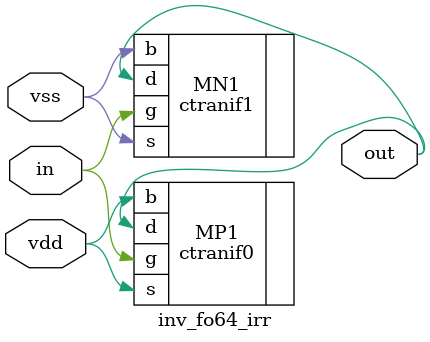
<source format=sv>

`timescale 1ns / 1ns 

module inv_fo64_irr ( out, in, vdd, vss );

output  out;

input  in, vdd, vss;


specify 
    specparam CDS_LIBNAME  = "MIPS25";
    specparam CDS_CELLNAME = "inv_fo64_irr";
    specparam CDS_VIEWNAME = "schematic";
endspecify

ctranif1  MN1 ( .b(vss), .d(out), .g(in), .s(vss));
ctranif0  MP1 ( .b(vdd), .s(vdd), .g(in), .d(out));

endmodule

</source>
